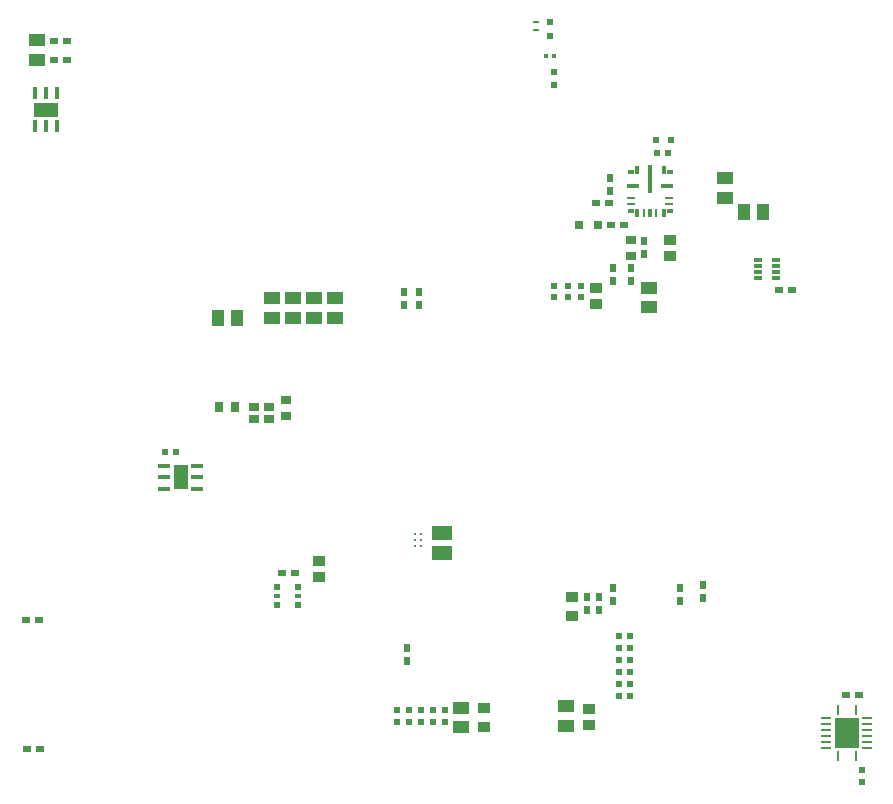
<source format=gbr>
%TF.GenerationSoftware,Altium Limited,Altium Designer,23.8.1 (32)*%
G04 Layer_Color=128*
%FSLAX45Y45*%
%MOMM*%
%TF.SameCoordinates,47205040-CD91-4698-B5C6-F5A5CD4DDF21*%
%TF.FilePolarity,Positive*%
%TF.FileFunction,Paste,Bot*%
%TF.Part,Single*%
G01*
G75*
%TA.AperFunction,SMDPad,CuDef*%
%ADD12R,0.56000X0.62000*%
%ADD13R,0.62000X0.56000*%
%ADD14R,1.47000X0.99000*%
%ADD15R,0.75000X0.60000*%
%ADD19R,0.60000X0.75000*%
%ADD20R,0.80000X0.80000*%
%ADD24R,1.02000X0.87000*%
%ADD25R,0.80000X0.94000*%
%ADD27R,0.94000X0.80000*%
%ADD63R,0.67000X0.30000*%
%ADD64R,0.28000X0.85000*%
%ADD65R,0.85000X0.28000*%
%ADD66R,2.05000X2.55000*%
%ADD67R,0.60000X0.60000*%
%ADD68R,0.60000X0.40000*%
%TA.AperFunction,BGAPad,CuDef*%
%ADD69C,0.30600*%
%TA.AperFunction,SMDPad,CuDef*%
%ADD70R,1.80000X1.20000*%
%ADD71R,0.99000X1.47000*%
%ADD72R,0.55000X0.60000*%
%ADD73R,0.60000X0.35000*%
%ADD74R,0.70000X0.25000*%
%ADD75R,1.00000X0.40000*%
%ADD76R,0.40000X0.80000*%
%ADD77R,0.40000X2.40000*%
%ADD78R,0.40000X0.70000*%
%ADD79R,0.25000X0.70000*%
%ADD80R,0.30000X0.70000*%
%ADD81R,2.00000X1.30000*%
%ADD82R,0.40000X1.00000*%
%ADD83R,1.00000X0.90000*%
%ADD84R,0.88000X0.78000*%
%ADD85R,1.30000X2.00000*%
%ADD86R,0.46000X0.42000*%
%ADD87R,0.60000X0.57000*%
%ADD88R,0.50000X0.25000*%
D12*
X8493500Y4013200D02*
D03*
X8397500D02*
D03*
X8493500Y3911600D02*
D03*
X8397500D02*
D03*
X8493500Y3606800D02*
D03*
X8397500D02*
D03*
X8493500Y3810000D02*
D03*
X8397500D02*
D03*
X8493500Y3505200D02*
D03*
X8397500D02*
D03*
X8493500Y3708400D02*
D03*
X8397500D02*
D03*
X8811000Y8102600D02*
D03*
X8715000D02*
D03*
X4645400Y5575300D02*
D03*
X4549400D02*
D03*
D13*
X7962901Y6886200D02*
D03*
Y6982200D02*
D03*
X7848601Y6886200D02*
D03*
Y6982200D02*
D03*
X8077201Y6886200D02*
D03*
Y6982200D02*
D03*
X10452100Y2784100D02*
D03*
Y2880100D02*
D03*
X6921500Y3292100D02*
D03*
Y3388100D02*
D03*
X6819900Y3292100D02*
D03*
Y3388100D02*
D03*
X6616700Y3292100D02*
D03*
Y3388100D02*
D03*
X6718300Y3292100D02*
D03*
Y3388100D02*
D03*
X6515100Y3292100D02*
D03*
Y3388100D02*
D03*
D14*
X8648700Y6801400D02*
D03*
Y6965400D02*
D03*
X7950200Y3422100D02*
D03*
Y3258100D02*
D03*
X5816601Y6712500D02*
D03*
Y6876500D02*
D03*
X5461001Y6712500D02*
D03*
Y6876500D02*
D03*
X5994401Y6712500D02*
D03*
Y6876500D02*
D03*
X5638801Y6712500D02*
D03*
Y6876500D02*
D03*
X9296400Y7728500D02*
D03*
Y7892500D02*
D03*
X7061200Y3245400D02*
D03*
Y3409400D02*
D03*
X3467099Y8896900D02*
D03*
Y9060900D02*
D03*
D15*
X10430900Y3517900D02*
D03*
X10320900D02*
D03*
X5655700Y4546600D02*
D03*
X5545700D02*
D03*
X8310000Y7683500D02*
D03*
X8200000D02*
D03*
X8437000Y7493000D02*
D03*
X8327000D02*
D03*
X9859400Y6946900D02*
D03*
X9749400D02*
D03*
X3725300Y9055100D02*
D03*
X3615300D02*
D03*
Y8890000D02*
D03*
X3725300D02*
D03*
X3386700Y3060700D02*
D03*
X3496700D02*
D03*
X3374000Y4152900D02*
D03*
X3484000D02*
D03*
D19*
X6604000Y3915800D02*
D03*
Y3805800D02*
D03*
X8318500Y7780900D02*
D03*
Y7890900D02*
D03*
X8496300Y7128900D02*
D03*
Y7018900D02*
D03*
X8343900D02*
D03*
Y7128900D02*
D03*
X8610600Y7247500D02*
D03*
Y7357500D02*
D03*
X8915400Y4313800D02*
D03*
Y4423800D02*
D03*
X9105900Y4339200D02*
D03*
Y4449200D02*
D03*
X8343900Y4423800D02*
D03*
Y4313800D02*
D03*
X6705600Y6925700D02*
D03*
Y6815700D02*
D03*
X6578600Y6925700D02*
D03*
Y6815700D02*
D03*
X8128000Y4347600D02*
D03*
Y4237600D02*
D03*
X8229600Y4347600D02*
D03*
Y4237600D02*
D03*
D20*
X8060700Y7493000D02*
D03*
X8220700D02*
D03*
D24*
X8204200Y6828100D02*
D03*
Y6964100D02*
D03*
X8140700Y3395400D02*
D03*
Y3259400D02*
D03*
X5854700Y4516700D02*
D03*
Y4652700D02*
D03*
X8826500Y7234500D02*
D03*
Y7370500D02*
D03*
D25*
X5013000Y5956300D02*
D03*
X5147000D02*
D03*
D27*
X8496300Y7369500D02*
D03*
Y7235500D02*
D03*
X5575300Y6010600D02*
D03*
Y5876600D02*
D03*
D63*
X9726000Y7049700D02*
D03*
Y7099700D02*
D03*
Y7149700D02*
D03*
Y7199700D02*
D03*
X9578000D02*
D03*
Y7149700D02*
D03*
Y7099700D02*
D03*
Y7049700D02*
D03*
D64*
X10251300Y2997200D02*
D03*
Y3392200D02*
D03*
X10401300D02*
D03*
Y2997200D02*
D03*
D65*
X10153800Y3069700D02*
D03*
Y3119700D02*
D03*
Y3169700D02*
D03*
Y3219700D02*
D03*
Y3269700D02*
D03*
Y3319700D02*
D03*
X10498800D02*
D03*
Y3269700D02*
D03*
Y3219700D02*
D03*
Y3169700D02*
D03*
Y3119700D02*
D03*
Y3069700D02*
D03*
D66*
X10326300Y3194700D02*
D03*
D67*
X5498000Y4431100D02*
D03*
Y4281100D02*
D03*
X5678000D02*
D03*
Y4431100D02*
D03*
D68*
X5498000Y4356100D02*
D03*
X5678000D02*
D03*
X8826400Y7945100D02*
D03*
X8496400D02*
D03*
D69*
X6667500Y4776800D02*
D03*
X6717500D02*
D03*
X6667500Y4826800D02*
D03*
X6717500D02*
D03*
X6667500Y4876800D02*
D03*
X6717500D02*
D03*
D70*
X6896100Y4715600D02*
D03*
Y4885600D02*
D03*
D71*
X9455700Y7607300D02*
D03*
X9619700D02*
D03*
X4998000Y6705600D02*
D03*
X5162000D02*
D03*
D72*
X8840700Y8216900D02*
D03*
X8710700D02*
D03*
D73*
X8496400Y7617600D02*
D03*
X8826400D02*
D03*
D74*
X8821400Y7672600D02*
D03*
Y7722600D02*
D03*
X8501400D02*
D03*
Y7672600D02*
D03*
D75*
X8806400Y7830100D02*
D03*
X8516400D02*
D03*
X4546300Y5454400D02*
D03*
Y5359400D02*
D03*
Y5264400D02*
D03*
X4826300D02*
D03*
Y5359400D02*
D03*
Y5454400D02*
D03*
D76*
X8776400Y7965100D02*
D03*
X8546400D02*
D03*
D77*
X8661400Y7885100D02*
D03*
D78*
X8546400Y7600100D02*
D03*
X8776400D02*
D03*
D79*
X8608900D02*
D03*
X8713900D02*
D03*
D80*
X8661400D02*
D03*
D81*
X3546764Y8473237D02*
D03*
D82*
X3451764Y8333237D02*
D03*
X3546764D02*
D03*
X3641764D02*
D03*
Y8613237D02*
D03*
X3546764D02*
D03*
X3451764D02*
D03*
D83*
X8001000Y4347200D02*
D03*
Y4187200D02*
D03*
X7251700Y3247400D02*
D03*
Y3407400D02*
D03*
D84*
X5308100Y5954500D02*
D03*
X5436100D02*
D03*
Y5856500D02*
D03*
X5308100D02*
D03*
D85*
X4686300Y5359400D02*
D03*
D86*
X7843500Y8928100D02*
D03*
X7777500D02*
D03*
D87*
X7848600Y8794100D02*
D03*
Y8681100D02*
D03*
X7810500Y9213200D02*
D03*
Y9100200D02*
D03*
D88*
X7696200Y9149600D02*
D03*
Y9214600D02*
D03*
%TF.MD5,5daca38d608b531d6c90ecd856b6b858*%
M02*

</source>
